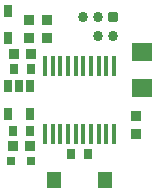
<source format=gts>
%TF.GenerationSoftware,KiCad,Pcbnew,9.0.5*%
%TF.CreationDate,2025-10-03T12:10:36+01:00*%
%TF.ProjectId,vm_light_sensor,766d5f6c-6967-4687-945f-73656e736f72,0.4*%
%TF.SameCoordinates,PX510ff40PY47868c0*%
%TF.FileFunction,Soldermask,Top*%
%TF.FilePolarity,Negative*%
%FSLAX45Y45*%
G04 Gerber Fmt 4.5, Leading zero omitted, Abs format (unit mm)*
G04 Created by KiCad (PCBNEW 9.0.5) date 2025-10-03 12:10:36*
%MOMM*%
%LPD*%
G01*
G04 APERTURE LIST*
G04 Aperture macros list*
%AMRoundRect*
0 Rectangle with rounded corners*
0 $1 Rounding radius*
0 $2 $3 $4 $5 $6 $7 $8 $9 X,Y pos of 4 corners*
0 Add a 4 corners polygon primitive as box body*
4,1,4,$2,$3,$4,$5,$6,$7,$8,$9,$2,$3,0*
0 Add four circle primitives for the rounded corners*
1,1,$1+$1,$2,$3*
1,1,$1+$1,$4,$5*
1,1,$1+$1,$6,$7*
1,1,$1+$1,$8,$9*
0 Add four rect primitives between the rounded corners*
20,1,$1+$1,$2,$3,$4,$5,0*
20,1,$1+$1,$4,$5,$6,$7,0*
20,1,$1+$1,$6,$7,$8,$9,0*
20,1,$1+$1,$8,$9,$2,$3,0*%
G04 Aperture macros list end*
%ADD10RoundRect,0.172720X-0.259080X-0.259080X0.259080X-0.259080X0.259080X0.259080X-0.259080X0.259080X0*%
%ADD11C,0.863600*%
%ADD12R,0.860000X0.810000*%
%ADD13R,0.700000X1.000000*%
%ADD14R,0.800000X0.800000*%
%ADD15R,0.800000X0.900000*%
%ADD16O,0.360000X1.740000*%
%ADD17R,1.230000X1.360000*%
%ADD18R,1.800000X1.630000*%
%ADD19R,0.810000X0.860000*%
%ADD20R,0.750000X1.000000*%
G04 APERTURE END LIST*
D10*
%TO.C,J1*%
X287500Y700000D03*
D11*
X287500Y542520D03*
X160500Y700000D03*
X160500Y542520D03*
X33500Y700000D03*
%TD*%
D12*
%TO.C,R7*%
X-270000Y525000D03*
X-270000Y675000D03*
%TD*%
D13*
%TO.C,U2*%
X-415000Y120000D03*
X-510000Y120000D03*
X-605000Y120000D03*
X-605000Y-120000D03*
X-415000Y-120000D03*
%TD*%
D14*
%TO.C,D1*%
X-405000Y-520000D03*
X-575000Y-520000D03*
%TD*%
D12*
%TO.C,R6*%
X-430000Y525000D03*
X-430000Y675000D03*
%TD*%
D15*
%TO.C,C3*%
X-420000Y-260000D03*
X-560000Y-260000D03*
%TD*%
D16*
%TO.C,U1*%
X-291000Y-287000D03*
X-226000Y-287000D03*
X-161000Y-287000D03*
X-96000Y-287000D03*
X-30000Y-287000D03*
X35000Y-287000D03*
X100000Y-287000D03*
X165000Y-287000D03*
X230000Y-287000D03*
X295000Y-287000D03*
X295000Y287000D03*
X230000Y287000D03*
X165000Y287000D03*
X100000Y287000D03*
X35000Y287000D03*
X-30000Y287000D03*
X-96000Y287000D03*
X-161000Y287000D03*
X-226000Y287000D03*
X-291000Y287000D03*
%TD*%
D17*
%TO.C,SW1*%
X220000Y-680000D03*
X-216000Y-680000D03*
%TD*%
D18*
%TO.C,Q1*%
X528000Y406000D03*
X528000Y102000D03*
%TD*%
D19*
%TO.C,R5*%
X-405000Y390000D03*
X-555000Y390000D03*
%TD*%
D12*
%TO.C,R2*%
X483290Y-285000D03*
X483290Y-135000D03*
%TD*%
D15*
%TO.C,C1*%
X-70000Y-460000D03*
X70000Y-460000D03*
%TD*%
%TO.C,C2*%
X-410000Y260000D03*
X-550000Y260000D03*
%TD*%
D19*
%TO.C,R1*%
X-415000Y-390000D03*
X-565000Y-390000D03*
%TD*%
D20*
%TO.C,D2*%
X-600000Y757000D03*
X-600000Y523000D03*
%TD*%
M02*

</source>
